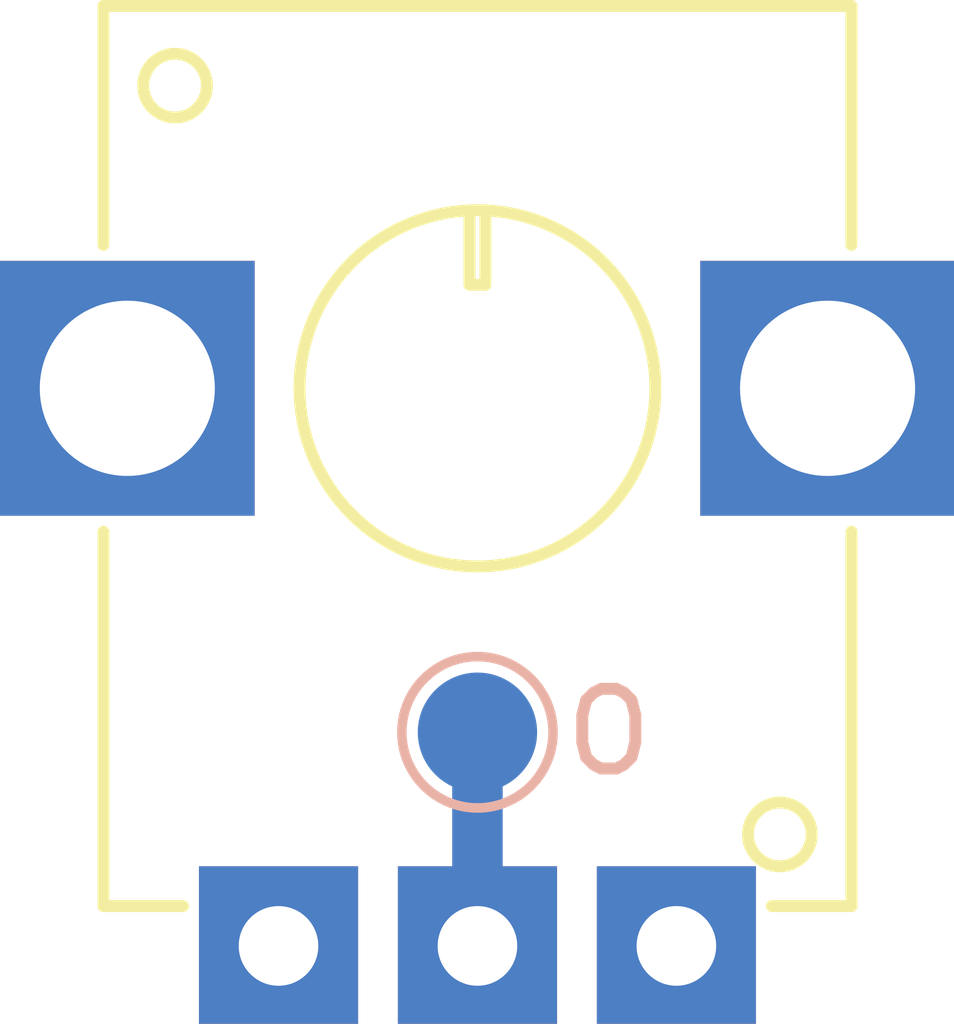
<source format=kicad_pcb>
(kicad_pcb (version 20171130) (host pcbnew "(5.1.9-0-10_14)")

  (general
    (thickness 1.6)
    (drawings 1)
    (tracks 1)
    (zones 0)
    (modules 2)
    (nets 4)
  )

  (page A4)
  (layers
    (0 F.Cu signal)
    (31 B.Cu signal)
    (32 B.Adhes user)
    (33 F.Adhes user)
    (34 B.Paste user)
    (35 F.Paste user)
    (36 B.SilkS user)
    (37 F.SilkS user)
    (38 B.Mask user)
    (39 F.Mask user)
    (40 Dwgs.User user)
    (41 Cmts.User user)
    (42 Eco1.User user)
    (43 Eco2.User user)
    (44 Edge.Cuts user)
    (45 Margin user)
    (46 B.CrtYd user hide)
    (47 F.CrtYd user hide)
    (48 B.Fab user hide)
    (49 F.Fab user hide)
  )

  (setup
    (last_trace_width 0.1524)
    (user_trace_width 0.1524)
    (user_trace_width 0.254)
    (user_trace_width 0.4064)
    (user_trace_width 0.635)
    (trace_clearance 0.1524)
    (zone_clearance 0.508)
    (zone_45_only no)
    (trace_min 0.1524)
    (via_size 0.6858)
    (via_drill 0.3048)
    (via_min_size 0.6858)
    (via_min_drill 0.3048)
    (uvia_size 0.3048)
    (uvia_drill 0.1524)
    (uvias_allowed no)
    (uvia_min_size 0.2)
    (uvia_min_drill 0.1)
    (edge_width 0.15)
    (segment_width 0.2)
    (pcb_text_width 0.3)
    (pcb_text_size 1.5 1.5)
    (mod_edge_width 0.15)
    (mod_text_size 1 1)
    (mod_text_width 0.15)
    (pad_size 1.7 1.7)
    (pad_drill 1)
    (pad_to_mask_clearance 0.2)
    (aux_axis_origin 0 0)
    (visible_elements FFFFFF7F)
    (pcbplotparams
      (layerselection 0x010fc_ffffffff)
      (usegerberextensions false)
      (usegerberattributes false)
      (usegerberadvancedattributes false)
      (creategerberjobfile false)
      (excludeedgelayer true)
      (linewidth 0.100000)
      (plotframeref false)
      (viasonmask false)
      (mode 1)
      (useauxorigin false)
      (hpglpennumber 1)
      (hpglpenspeed 20)
      (hpglpendiameter 15.000000)
      (psnegative false)
      (psa4output false)
      (plotreference true)
      (plotvalue true)
      (plotinvisibletext false)
      (padsonsilk false)
      (subtractmaskfromsilk false)
      (outputformat 1)
      (mirror false)
      (drillshape 1)
      (scaleselection 1)
      (outputdirectory ""))
  )

  (net 0 "")
  (net 1 "Net-(O1-Pad1)")
  (net 2 +3V3)
  (net 3 GND)

  (net_class Default "This is the default net class."
    (clearance 0.1524)
    (trace_width 0.1524)
    (via_dia 0.6858)
    (via_drill 0.3048)
    (uvia_dia 0.3048)
    (uvia_drill 0.1524)
    (diff_pair_width 0.1524)
    (diff_pair_gap 0.1524)
    (add_net +3V3)
    (add_net GND)
    (add_net "Net-(O1-Pad1)")
  )

  (module Potentiometer_Thonk:SongHueiTallTrim9 (layer F.Cu) (tedit 5AD9FFF9) (tstamp 6089D55B)
    (at 0 0)
    (path /5FCAE65B)
    (fp_text reference RV1 (at 0 4.7) (layer F.SilkS) hide
      (effects (font (size 1 1) (thickness 0.15)))
    )
    (fp_text value 100k (at 0 10.1) (layer F.Fab)
      (effects (font (size 1 1) (thickness 0.15)))
    )
    (fp_line (start -0.1 -2.2) (end -0.1 -1.3) (layer F.SilkS) (width 0.15))
    (fp_line (start -0.1 -1.3) (end 0.1 -1.3) (layer F.SilkS) (width 0.15))
    (fp_line (start 0.1 -1.3) (end 0.1 -2.2) (layer F.SilkS) (width 0.15))
    (fp_circle (center 0 0) (end 2.2 0.4) (layer F.SilkS) (width 0.15))
    (fp_circle (center 3.8 5.6) (end 4.2 5.6) (layer F.SilkS) (width 0.15))
    (fp_circle (center -3.8 -3.8) (end -4.2 -3.8) (layer F.SilkS) (width 0.15))
    (fp_line (start 3.7 6.5) (end 4.7 6.5) (layer F.SilkS) (width 0.15))
    (fp_line (start 4.7 1.8) (end 4.7 6.5) (layer F.SilkS) (width 0.15))
    (fp_line (start -4.7 1.8) (end -4.7 6.5) (layer F.SilkS) (width 0.15))
    (fp_line (start -4.7 6.5) (end -3.7 6.5) (layer F.SilkS) (width 0.15))
    (fp_line (start -4.7 -4.8) (end -4.7 -1.8) (layer F.SilkS) (width 0.15))
    (fp_line (start 4.7 -4.8) (end 4.7 -1.8) (layer F.SilkS) (width 0.15))
    (fp_line (start -4.7 -4.8) (end 4.7 -4.8) (layer F.SilkS) (width 0.15))
    (pad "" thru_hole rect (at 4.4 0) (size 3.2 3.2) (drill 2.2) (layers *.Cu *.Mask))
    (pad 3 thru_hole rect (at 2.5 7) (size 2 2) (drill 1) (layers *.Cu *.Mask)
      (net 2 +3V3))
    (pad 2 thru_hole rect (at 0 7) (size 2 2) (drill 1) (layers *.Cu *.Mask)
      (net 1 "Net-(O1-Pad1)"))
    (pad 1 thru_hole rect (at -2.5 7) (size 2 2) (drill 1) (layers *.Cu *.Mask)
      (net 3 GND))
    (pad "" thru_hole rect (at -4.4 0) (size 3.2 3.2) (drill 2.2) (layers *.Cu *.Mask))
  )

  (module TestPoint:TestPoint_Pad_D1.5mm (layer B.Cu) (tedit 5A0F774F) (tstamp 60B93E24)
    (at 0 4.318)
    (descr "SMD pad as test Point, diameter 1.5mm")
    (tags "test point SMD pad")
    (path /60B967CE)
    (attr virtual)
    (fp_text reference O1 (at 0 1.648) (layer B.SilkS) hide
      (effects (font (size 1 1) (thickness 0.15)) (justify mirror))
    )
    (fp_text value TestPoint (at 0 -1.75) (layer B.Fab)
      (effects (font (size 1 1) (thickness 0.15)) (justify mirror))
    )
    (fp_circle (center 0 0) (end 1.25 0) (layer B.CrtYd) (width 0.05))
    (fp_circle (center 0 0) (end 0 -0.95) (layer B.SilkS) (width 0.12))
    (fp_text user %R (at 0 1.65) (layer B.Fab)
      (effects (font (size 1 1) (thickness 0.15)) (justify mirror))
    )
    (pad 1 smd circle (at 0 0) (size 1.5 1.5) (layers B.Cu B.Mask)
      (net 1 "Net-(O1-Pad1)"))
  )

  (gr_text O (at 1.651 4.318) (layer B.SilkS) (tstamp 6089D5BA)
    (effects (font (size 1 1) (thickness 0.15)) (justify mirror))
  )

  (segment (start 0 7) (end 0 4.318) (width 0.635) (layer B.Cu) (net 1))

)

</source>
